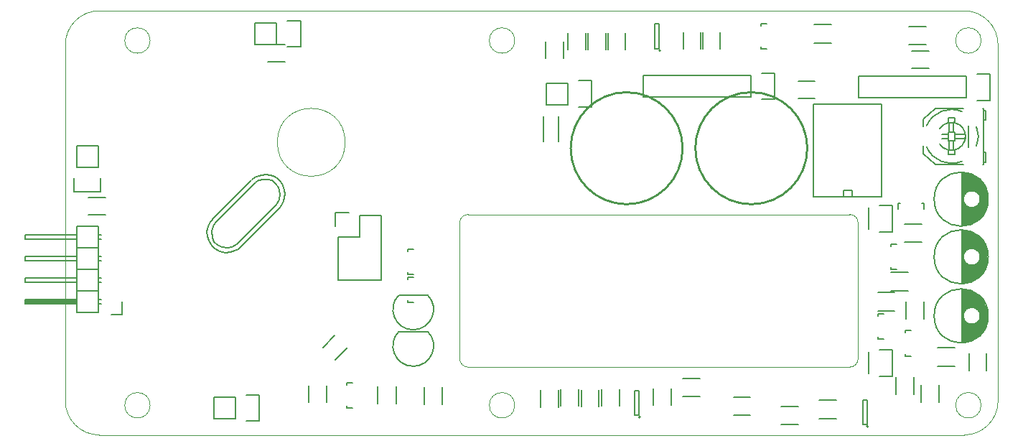
<source format=gbr>
G04 #@! TF.FileFunction,Legend,Top*
%FSLAX46Y46*%
G04 Gerber Fmt 4.6, Leading zero omitted, Abs format (unit mm)*
G04 Created by KiCad (PCBNEW 4.0.4-stable) date 12/06/16 19:34:19*
%MOMM*%
%LPD*%
G01*
G04 APERTURE LIST*
%ADD10C,0.100000*%
%ADD11C,0.150000*%
%ADD12C,0.250000*%
G04 APERTURE END LIST*
D10*
X110000000Y46000000D02*
G75*
G03X106000000Y50000000I-4000000J0D01*
G01*
X106000000Y0D02*
G75*
G03X110000000Y4000000I0J4000000D01*
G01*
X108000000Y3500000D02*
G75*
G03X108000000Y3500000I-1500000J0D01*
G01*
X108000000Y46500000D02*
G75*
G03X108000000Y46500000I-1500000J0D01*
G01*
X53000000Y46500000D02*
G75*
G03X53000000Y46500000I-1500000J0D01*
G01*
X53000000Y3500000D02*
G75*
G03X53000000Y3500000I-1500000J0D01*
G01*
X10000000Y46500000D02*
G75*
G03X10000000Y46500000I-1500000J0D01*
G01*
X10000000Y3500000D02*
G75*
G03X10000000Y3500000I-1500000J0D01*
G01*
X0Y4000000D02*
G75*
G03X4000000Y0I4000000J0D01*
G01*
X4000000Y50000000D02*
G75*
G03X0Y46000000I0J-4000000D01*
G01*
X4000000Y50000000D02*
X106000000Y50000000D01*
X106000000Y0D02*
X4000000Y0D01*
X47500000Y26000000D02*
G75*
G03X46500000Y25000000I0J-1000000D01*
G01*
X47500000Y26000000D02*
X92500000Y26000000D01*
X93500000Y25000000D02*
G75*
G03X92500000Y26000000I-1000000J0D01*
G01*
X93500000Y9000000D02*
X93500000Y25000000D01*
X92500000Y8000000D02*
G75*
G03X93500000Y9000000I0J1000000D01*
G01*
X92500000Y8000000D02*
X47500000Y8000000D01*
X46500000Y9000000D02*
G75*
G03X47500000Y8000000I1000000J0D01*
G01*
X46500000Y9000000D02*
X46500000Y25000000D01*
X0Y4000000D02*
X0Y46000000D01*
X110000000Y46000000D02*
X110000000Y4000000D01*
X33000000Y34500000D02*
G75*
G03X33000000Y34500000I-4000000J0D01*
G01*
D11*
X78800000Y4475000D02*
X80800000Y4475000D01*
X80800000Y2325000D02*
X78800000Y2325000D01*
D12*
X87500000Y33800000D02*
G75*
G03X87500000Y33800000I-6600000J0D01*
G01*
X72800000Y33800000D02*
G75*
G03X72800000Y33800000I-6600000J0D01*
G01*
D11*
X105725000Y24149000D02*
X105725000Y17851000D01*
X105865000Y24143000D02*
X105865000Y17857000D01*
X106005000Y24130000D02*
X106005000Y21446000D01*
X106005000Y20554000D02*
X106005000Y17870000D01*
X106145000Y24111000D02*
X106145000Y21656000D01*
X106145000Y20344000D02*
X106145000Y17889000D01*
X106285000Y24085000D02*
X106285000Y21789000D01*
X106285000Y20211000D02*
X106285000Y17915000D01*
X106425000Y24053000D02*
X106425000Y21880000D01*
X106425000Y20120000D02*
X106425000Y17947000D01*
X106565000Y24014000D02*
X106565000Y21942000D01*
X106565000Y20058000D02*
X106565000Y17986000D01*
X106705000Y23968000D02*
X106705000Y21981000D01*
X106705000Y20019000D02*
X106705000Y18032000D01*
X106845000Y23915000D02*
X106845000Y21998000D01*
X106845000Y20002000D02*
X106845000Y18085000D01*
X106985000Y23853000D02*
X106985000Y21996000D01*
X106985000Y20004000D02*
X106985000Y18147000D01*
X107125000Y23783000D02*
X107125000Y21974000D01*
X107125000Y20026000D02*
X107125000Y18217000D01*
X107265000Y23704000D02*
X107265000Y21931000D01*
X107265000Y20069000D02*
X107265000Y18296000D01*
X107405000Y23616000D02*
X107405000Y21863000D01*
X107405000Y20137000D02*
X107405000Y18384000D01*
X107545000Y23516000D02*
X107545000Y21764000D01*
X107545000Y20236000D02*
X107545000Y18484000D01*
X107685000Y23404000D02*
X107685000Y21619000D01*
X107685000Y20381000D02*
X107685000Y18596000D01*
X107825000Y23279000D02*
X107825000Y21380000D01*
X107825000Y20620000D02*
X107825000Y18721000D01*
X107965000Y23136000D02*
X107965000Y18864000D01*
X108105000Y22974000D02*
X108105000Y19026000D01*
X108245000Y22786000D02*
X108245000Y19214000D01*
X108385000Y22563000D02*
X108385000Y19437000D01*
X108525000Y22287000D02*
X108525000Y19713000D01*
X108665000Y21912000D02*
X108665000Y20088000D01*
X107900000Y21000000D02*
G75*
G03X107900000Y21000000I-1000000J0D01*
G01*
X108837500Y21000000D02*
G75*
G03X108837500Y21000000I-3187500J0D01*
G01*
X105725000Y17189000D02*
X105725000Y10891000D01*
X105865000Y17183000D02*
X105865000Y10897000D01*
X106005000Y17170000D02*
X106005000Y14486000D01*
X106005000Y13594000D02*
X106005000Y10910000D01*
X106145000Y17151000D02*
X106145000Y14696000D01*
X106145000Y13384000D02*
X106145000Y10929000D01*
X106285000Y17125000D02*
X106285000Y14829000D01*
X106285000Y13251000D02*
X106285000Y10955000D01*
X106425000Y17093000D02*
X106425000Y14920000D01*
X106425000Y13160000D02*
X106425000Y10987000D01*
X106565000Y17054000D02*
X106565000Y14982000D01*
X106565000Y13098000D02*
X106565000Y11026000D01*
X106705000Y17008000D02*
X106705000Y15021000D01*
X106705000Y13059000D02*
X106705000Y11072000D01*
X106845000Y16955000D02*
X106845000Y15038000D01*
X106845000Y13042000D02*
X106845000Y11125000D01*
X106985000Y16893000D02*
X106985000Y15036000D01*
X106985000Y13044000D02*
X106985000Y11187000D01*
X107125000Y16823000D02*
X107125000Y15014000D01*
X107125000Y13066000D02*
X107125000Y11257000D01*
X107265000Y16744000D02*
X107265000Y14971000D01*
X107265000Y13109000D02*
X107265000Y11336000D01*
X107405000Y16656000D02*
X107405000Y14903000D01*
X107405000Y13177000D02*
X107405000Y11424000D01*
X107545000Y16556000D02*
X107545000Y14804000D01*
X107545000Y13276000D02*
X107545000Y11524000D01*
X107685000Y16444000D02*
X107685000Y14659000D01*
X107685000Y13421000D02*
X107685000Y11636000D01*
X107825000Y16319000D02*
X107825000Y14420000D01*
X107825000Y13660000D02*
X107825000Y11761000D01*
X107965000Y16176000D02*
X107965000Y11904000D01*
X108105000Y16014000D02*
X108105000Y12066000D01*
X108245000Y15826000D02*
X108245000Y12254000D01*
X108385000Y15603000D02*
X108385000Y12477000D01*
X108525000Y15327000D02*
X108525000Y12753000D01*
X108665000Y14952000D02*
X108665000Y13128000D01*
X107900000Y14040000D02*
G75*
G03X107900000Y14040000I-1000000J0D01*
G01*
X108837500Y14040000D02*
G75*
G03X108837500Y14040000I-3187500J0D01*
G01*
X105725000Y30949000D02*
X105725000Y24651000D01*
X105865000Y30943000D02*
X105865000Y24657000D01*
X106005000Y30930000D02*
X106005000Y28246000D01*
X106005000Y27354000D02*
X106005000Y24670000D01*
X106145000Y30911000D02*
X106145000Y28456000D01*
X106145000Y27144000D02*
X106145000Y24689000D01*
X106285000Y30885000D02*
X106285000Y28589000D01*
X106285000Y27011000D02*
X106285000Y24715000D01*
X106425000Y30853000D02*
X106425000Y28680000D01*
X106425000Y26920000D02*
X106425000Y24747000D01*
X106565000Y30814000D02*
X106565000Y28742000D01*
X106565000Y26858000D02*
X106565000Y24786000D01*
X106705000Y30768000D02*
X106705000Y28781000D01*
X106705000Y26819000D02*
X106705000Y24832000D01*
X106845000Y30715000D02*
X106845000Y28798000D01*
X106845000Y26802000D02*
X106845000Y24885000D01*
X106985000Y30653000D02*
X106985000Y28796000D01*
X106985000Y26804000D02*
X106985000Y24947000D01*
X107125000Y30583000D02*
X107125000Y28774000D01*
X107125000Y26826000D02*
X107125000Y25017000D01*
X107265000Y30504000D02*
X107265000Y28731000D01*
X107265000Y26869000D02*
X107265000Y25096000D01*
X107405000Y30416000D02*
X107405000Y28663000D01*
X107405000Y26937000D02*
X107405000Y25184000D01*
X107545000Y30316000D02*
X107545000Y28564000D01*
X107545000Y27036000D02*
X107545000Y25284000D01*
X107685000Y30204000D02*
X107685000Y28419000D01*
X107685000Y27181000D02*
X107685000Y25396000D01*
X107825000Y30079000D02*
X107825000Y28180000D01*
X107825000Y27420000D02*
X107825000Y25521000D01*
X107965000Y29936000D02*
X107965000Y25664000D01*
X108105000Y29774000D02*
X108105000Y25826000D01*
X108245000Y29586000D02*
X108245000Y26014000D01*
X108385000Y29363000D02*
X108385000Y26237000D01*
X108525000Y29087000D02*
X108525000Y26513000D01*
X108665000Y28712000D02*
X108665000Y26888000D01*
X107900000Y27800000D02*
G75*
G03X107900000Y27800000I-1000000J0D01*
G01*
X108837500Y27800000D02*
G75*
G03X108837500Y27800000I-3187500J0D01*
G01*
X58200000Y34600000D02*
X58200000Y37600000D01*
X56400000Y34600000D02*
X56400000Y37600000D01*
X32130000Y23370000D02*
X32130000Y18290000D01*
X31850000Y26190000D02*
X33400000Y26190000D01*
X34670000Y25910000D02*
X34670000Y23370000D01*
X34670000Y23370000D02*
X32130000Y23370000D01*
X32130000Y18290000D02*
X37210000Y18290000D01*
X37210000Y18290000D02*
X37210000Y23370000D01*
X31850000Y26190000D02*
X31850000Y24640000D01*
X37210000Y25910000D02*
X34670000Y25910000D01*
X37210000Y23370000D02*
X37210000Y25910000D01*
X24930000Y46030000D02*
X22390000Y46030000D01*
X27750000Y45750000D02*
X26200000Y45750000D01*
X24930000Y46030000D02*
X24930000Y48570000D01*
X26200000Y48850000D02*
X27750000Y48850000D01*
X27750000Y48850000D02*
X27750000Y45750000D01*
X24930000Y48570000D02*
X22390000Y48570000D01*
X22390000Y48570000D02*
X22390000Y46030000D01*
X1330000Y31530000D02*
X1330000Y34070000D01*
X1050000Y28710000D02*
X1050000Y30260000D01*
X1330000Y31530000D02*
X3870000Y31530000D01*
X4150000Y30260000D02*
X4150000Y28710000D01*
X4150000Y28710000D02*
X1050000Y28710000D01*
X3870000Y31530000D02*
X3870000Y34070000D01*
X3870000Y34070000D02*
X1330000Y34070000D01*
X20070000Y1930000D02*
X17530000Y1930000D01*
X22890000Y1650000D02*
X21340000Y1650000D01*
X20070000Y1930000D02*
X20070000Y4470000D01*
X21340000Y4750000D02*
X22890000Y4750000D01*
X22890000Y4750000D02*
X22890000Y1650000D01*
X20070000Y4470000D02*
X17530000Y4470000D01*
X17530000Y4470000D02*
X17530000Y1930000D01*
X6700000Y14170000D02*
X6700000Y15720000D01*
X5400000Y14170000D02*
X6700000Y14170000D01*
X1209000Y15593000D02*
X-4633000Y15593000D01*
X-4633000Y15593000D02*
X-4633000Y15847000D01*
X-4633000Y15847000D02*
X1209000Y15847000D01*
X1209000Y15847000D02*
X1209000Y15720000D01*
X1209000Y15720000D02*
X-4633000Y15720000D01*
X3876000Y15466000D02*
X4257000Y15466000D01*
X3876000Y15974000D02*
X4257000Y15974000D01*
X3876000Y18006000D02*
X4257000Y18006000D01*
X3876000Y18514000D02*
X4257000Y18514000D01*
X3876000Y20546000D02*
X4257000Y20546000D01*
X3876000Y21054000D02*
X4257000Y21054000D01*
X3876000Y23594000D02*
X4257000Y23594000D01*
X3876000Y23086000D02*
X4257000Y23086000D01*
X3876000Y14450000D02*
X1336000Y14450000D01*
X3876000Y16990000D02*
X1336000Y16990000D01*
X3876000Y16990000D02*
X3876000Y19530000D01*
X3876000Y19530000D02*
X1336000Y19530000D01*
X1336000Y18006000D02*
X-4760000Y18006000D01*
X-4760000Y18006000D02*
X-4760000Y18514000D01*
X-4760000Y18514000D02*
X1336000Y18514000D01*
X1336000Y19530000D02*
X1336000Y16990000D01*
X1336000Y16990000D02*
X1336000Y14450000D01*
X-4760000Y15974000D02*
X1336000Y15974000D01*
X-4760000Y15466000D02*
X-4760000Y15974000D01*
X1336000Y15466000D02*
X-4760000Y15466000D01*
X3876000Y16990000D02*
X1336000Y16990000D01*
X3876000Y14450000D02*
X3876000Y16990000D01*
X3876000Y22070000D02*
X1336000Y22070000D01*
X3876000Y22070000D02*
X3876000Y24610000D01*
X3876000Y24610000D02*
X1336000Y24610000D01*
X1336000Y23086000D02*
X-4760000Y23086000D01*
X-4760000Y23086000D02*
X-4760000Y23594000D01*
X-4760000Y23594000D02*
X1336000Y23594000D01*
X1336000Y24610000D02*
X1336000Y22070000D01*
X1336000Y22070000D02*
X1336000Y19530000D01*
X-4760000Y21054000D02*
X1336000Y21054000D01*
X-4760000Y20546000D02*
X-4760000Y21054000D01*
X1336000Y20546000D02*
X-4760000Y20546000D01*
X3876000Y22070000D02*
X1336000Y22070000D01*
X3876000Y19530000D02*
X3876000Y22070000D01*
X3876000Y19530000D02*
X1336000Y19530000D01*
X59270000Y38930000D02*
X56730000Y38930000D01*
X62090000Y38650000D02*
X60540000Y38650000D01*
X59270000Y38930000D02*
X59270000Y41470000D01*
X60540000Y41750000D02*
X62090000Y41750000D01*
X62090000Y41750000D02*
X62090000Y38650000D01*
X59270000Y41470000D02*
X56730000Y41470000D01*
X56730000Y41470000D02*
X56730000Y38930000D01*
X106230000Y39730000D02*
X93530000Y39730000D01*
X93530000Y39730000D02*
X93530000Y42270000D01*
X93530000Y42270000D02*
X106230000Y42270000D01*
X109050000Y39450000D02*
X107500000Y39450000D01*
X106230000Y39730000D02*
X106230000Y42270000D01*
X107500000Y42550000D02*
X109050000Y42550000D01*
X109050000Y42550000D02*
X109050000Y39450000D01*
X80830000Y39830000D02*
X68130000Y39830000D01*
X68130000Y39830000D02*
X68130000Y42370000D01*
X68130000Y42370000D02*
X80830000Y42370000D01*
X83650000Y39550000D02*
X82100000Y39550000D01*
X80830000Y39830000D02*
X80830000Y42370000D01*
X82100000Y42650000D02*
X83650000Y42650000D01*
X83650000Y42650000D02*
X83650000Y39550000D01*
X104119640Y34945360D02*
X103357640Y34945360D01*
X104119640Y35453360D02*
X103357640Y35453360D01*
X106151640Y34945360D02*
G75*
G03X104754640Y36850360I-1651000J254000D01*
G01*
X104627640Y33548360D02*
G75*
G03X106151640Y35326360I-127000J1651000D01*
G01*
X105389640Y36596360D02*
G75*
G03X103103640Y36088360I-889000J-1397000D01*
G01*
X103103640Y34310360D02*
G75*
G03X105389640Y33802360I1397000J889000D01*
G01*
X108310640Y31897360D02*
X108183640Y31897360D01*
X104500640Y31897360D02*
X105897640Y31897360D01*
X108310640Y38501360D02*
X108183640Y38501360D01*
X104500640Y38501360D02*
X105897640Y38501360D01*
X107421640Y34056360D02*
X107548640Y34437360D01*
X107548640Y34437360D02*
X107675640Y35199360D01*
X107675640Y35199360D02*
X107548640Y35961360D01*
X107548640Y35961360D02*
X107421640Y36342360D01*
X106532640Y33929360D02*
X106532640Y36469360D01*
X105770640Y38120360D02*
G75*
G03X101579640Y36469360I-1270000J-2921000D01*
G01*
X101579640Y33929360D02*
G75*
G03X105770640Y32278360I2921000J1270000D01*
G01*
X101198640Y37231360D02*
X101198640Y36342360D01*
X101198640Y34056360D02*
X101198640Y33167360D01*
X104119640Y36850360D02*
X104119640Y37358360D01*
X104119640Y37358360D02*
X104881640Y37358360D01*
X104881640Y37358360D02*
X104881640Y36850360D01*
X104119640Y33548360D02*
X104119640Y33040360D01*
X104119640Y33040360D02*
X104881640Y33040360D01*
X104881640Y33040360D02*
X104881640Y33548360D01*
X104754640Y35707360D02*
X104754640Y36850360D01*
X104246640Y35707360D02*
X104246640Y36850360D01*
X104754640Y34691360D02*
X104754640Y33548360D01*
X104246640Y34691360D02*
X104246640Y33548360D01*
X104881640Y35453360D02*
X106151640Y35453360D01*
X104881640Y34945360D02*
X106151640Y34945360D01*
X104119640Y34691360D02*
X104881640Y34691360D01*
X104881640Y34691360D02*
X104881640Y35707360D01*
X104881640Y35707360D02*
X104119640Y35707360D01*
X104119640Y35707360D02*
X104119640Y34691360D01*
X101198640Y33167360D02*
X102595640Y31897360D01*
X102595640Y31897360D02*
X104500640Y31897360D01*
X101198640Y37231360D02*
X102595640Y38501360D01*
X102595640Y38501360D02*
X104500640Y38501360D01*
X108310640Y38247360D02*
X108564640Y38247360D01*
X108564640Y38247360D02*
X108564640Y37104360D01*
X108564640Y37104360D02*
X108310640Y37104360D01*
X108310640Y32151360D02*
X108564640Y32151360D01*
X108564640Y32151360D02*
X108564640Y33294360D01*
X108564640Y33294360D02*
X108310640Y33294360D01*
X108310640Y31897360D02*
X108310640Y38501360D01*
X42730000Y12200000D02*
X39330000Y12200000D01*
X42727056Y12197056D02*
G75*
G02X41030000Y8100000I-1697056J-1697056D01*
G01*
X39332944Y12197056D02*
G75*
G03X41030000Y8100000I1697056J-1697056D01*
G01*
X42730000Y16500000D02*
X39330000Y16500000D01*
X42727056Y16497056D02*
G75*
G02X41030000Y12400000I-1697056J-1697056D01*
G01*
X39332944Y16497056D02*
G75*
G03X41030000Y12400000I1697056J-1697056D01*
G01*
X96237000Y28039000D02*
X88236000Y28039000D01*
X88236000Y38961000D02*
X96237000Y38961000D01*
X88236000Y28039000D02*
X88236000Y38961000D01*
X96237000Y38961000D02*
X96237000Y28039000D01*
X91792000Y28039000D02*
X91792000Y28801000D01*
X91792000Y28801000D02*
X92808000Y28801000D01*
X92808000Y28801000D02*
X92808000Y28039000D01*
X23915051Y30130339D02*
X24340715Y29988451D01*
X24340715Y29988451D02*
X24836425Y29636425D01*
X24836425Y29636425D02*
X25118405Y29210761D01*
X25118405Y29210761D02*
X25330339Y28434867D01*
X25330339Y28434867D02*
X25188451Y27725426D01*
X25188451Y27725426D02*
X24906471Y27159670D01*
X24906471Y27159670D02*
X20240330Y22493529D01*
X20240330Y22493529D02*
X19602732Y22139707D01*
X19602732Y22139707D02*
X19108818Y22069661D01*
X19108818Y22069661D02*
X18471219Y22139707D01*
X18471219Y22139707D02*
X17905463Y22421687D01*
X17905463Y22421687D02*
X17551641Y22775509D01*
X17551641Y22775509D02*
X17339707Y23271219D01*
X17339707Y23271219D02*
X17269661Y24048910D01*
X17269661Y24048910D02*
X17411549Y24614666D01*
X17411549Y24614666D02*
X17693529Y25040330D01*
X17763575Y25110376D02*
X22431512Y29778313D01*
X22431512Y29778313D02*
X22785334Y29988451D01*
X22785334Y29988451D02*
X23351090Y30130339D01*
X23351090Y30130339D02*
X24058735Y30130339D01*
X17397181Y25491139D02*
X17106220Y25131928D01*
X17106220Y25131928D02*
X16903267Y24770922D01*
X16903267Y24770922D02*
X16752398Y24311133D01*
X16752398Y24311133D02*
X16711089Y23942942D01*
X16711089Y23942942D02*
X16725458Y23461601D01*
X16725458Y23461601D02*
X16901471Y22876088D01*
X16901471Y22876088D02*
X17233740Y22360621D01*
X17233740Y22360621D02*
X17594746Y21999615D01*
X17594746Y21999615D02*
X18210792Y21624240D01*
X18210792Y21624240D02*
X18909456Y21489537D01*
X18909456Y21489537D02*
X19496765Y21552398D01*
X19496765Y21552398D02*
X19942185Y21703267D01*
X19942185Y21703267D02*
X20373238Y21908016D01*
X20373238Y21908016D02*
X20705507Y22197181D01*
X25741635Y27542229D02*
X25852990Y27966097D01*
X25852990Y27966097D02*
X25881727Y28389965D01*
X25881727Y28389965D02*
X25826049Y28801261D01*
X25826049Y28801261D02*
X25648240Y29402938D01*
X25648240Y29402938D02*
X25393201Y29812438D01*
X25393201Y29812438D02*
X25082484Y30151892D01*
X25082484Y30151892D02*
X24694537Y30414115D01*
X24694537Y30414115D02*
X24241932Y30597312D01*
X24241932Y30597312D02*
X23654623Y30674542D01*
X23654623Y30674542D02*
X23180466Y30652990D01*
X23180466Y30652990D02*
X22742229Y30541635D01*
X22742229Y30541635D02*
X22339914Y30336885D01*
X22339914Y30336885D02*
X21978907Y30072865D01*
X20683954Y22189996D02*
X25245925Y26751967D01*
X25245925Y26751967D02*
X25515332Y27075256D01*
X25515332Y27075256D02*
X25741635Y27542229D01*
X17389996Y25483954D02*
X21951967Y30045925D01*
X97550000Y23950000D02*
X96000000Y23950000D01*
X96000000Y27050000D02*
X97550000Y27050000D01*
X97550000Y27050000D02*
X97550000Y23950000D01*
X94730000Y26770000D02*
X94730000Y24230000D01*
X97550000Y6950000D02*
X96000000Y6950000D01*
X96000000Y10050000D02*
X97550000Y10050000D01*
X97550000Y10050000D02*
X97550000Y6950000D01*
X94730000Y9770000D02*
X94730000Y7230000D01*
X23900000Y43975000D02*
X25900000Y43975000D01*
X25900000Y46025000D02*
X23900000Y46025000D01*
X2700000Y25975000D02*
X4700000Y25975000D01*
X4700000Y28025000D02*
X2700000Y28025000D01*
X72875000Y47500000D02*
X72875000Y45500000D01*
X74925000Y45500000D02*
X74925000Y47500000D01*
X75175000Y47500000D02*
X75175000Y45500000D01*
X77225000Y45500000D02*
X77225000Y47500000D01*
X61675000Y47400000D02*
X61675000Y45400000D01*
X63725000Y45400000D02*
X63725000Y47400000D01*
X63975000Y47400000D02*
X63975000Y45400000D01*
X66025000Y45400000D02*
X66025000Y47400000D01*
X60875000Y5320000D02*
X60875000Y3320000D01*
X62925000Y3320000D02*
X62925000Y5320000D01*
X56075000Y5300000D02*
X56075000Y3300000D01*
X58125000Y3300000D02*
X58125000Y5300000D01*
X69375000Y5500000D02*
X69375000Y3500000D01*
X71425000Y3500000D02*
X71425000Y5500000D01*
X31817678Y8868109D02*
X33231891Y10282322D01*
X31782322Y11731891D02*
X30368109Y10317678D01*
X84400000Y1275000D02*
X86400000Y1275000D01*
X86400000Y3325000D02*
X84400000Y3325000D01*
X108625000Y7600000D02*
X108625000Y9600000D01*
X106575000Y9600000D02*
X106575000Y7600000D01*
X88400000Y41725000D02*
X86400000Y41725000D01*
X86400000Y39675000D02*
X88400000Y39675000D01*
X101470000Y48115000D02*
X99470000Y48115000D01*
X99470000Y46065000D02*
X101470000Y46065000D01*
X101860000Y45245000D02*
X99860000Y45245000D01*
X99860000Y43195000D02*
X101860000Y43195000D01*
X99049760Y12099160D02*
X99049760Y12050900D01*
X99750800Y9300180D02*
X99049760Y9300180D01*
X99049760Y9300180D02*
X99049760Y9549100D01*
X99049760Y12099160D02*
X99049760Y12299820D01*
X99049760Y12299820D02*
X99750800Y12299820D01*
X95849000Y14099160D02*
X95849000Y14050900D01*
X96550040Y11300180D02*
X95849000Y11300180D01*
X95849000Y11300180D02*
X95849000Y11549100D01*
X95849000Y14099160D02*
X95849000Y14299820D01*
X95849000Y14299820D02*
X96550040Y14299820D01*
X101049160Y27351000D02*
X101000900Y27351000D01*
X98250180Y26649960D02*
X98250180Y27351000D01*
X98250180Y27351000D02*
X98499100Y27351000D01*
X101049160Y27351000D02*
X101249820Y27351000D01*
X101249820Y27351000D02*
X101249820Y26649960D01*
X97349760Y22299160D02*
X97349760Y22250900D01*
X98050800Y19500180D02*
X97349760Y19500180D01*
X97349760Y19500180D02*
X97349760Y19749100D01*
X97349760Y22299160D02*
X97349760Y22499820D01*
X97349760Y22499820D02*
X98050800Y22499820D01*
X82049760Y48299160D02*
X82049760Y48250900D01*
X82750800Y45500180D02*
X82049760Y45500180D01*
X82049760Y45500180D02*
X82049760Y45749100D01*
X82049760Y48299160D02*
X82049760Y48499820D01*
X82049760Y48499820D02*
X82750800Y48499820D01*
X58775000Y46400000D02*
X58775000Y44400000D01*
X56625000Y44400000D02*
X56625000Y46400000D01*
X61375000Y47400000D02*
X61375000Y45400000D01*
X59225000Y45400000D02*
X59225000Y47400000D01*
X74800000Y4525000D02*
X72800000Y4525000D01*
X72800000Y6675000D02*
X74800000Y6675000D01*
X63225000Y3400000D02*
X63225000Y5400000D01*
X65375000Y5400000D02*
X65375000Y3400000D01*
X58425000Y3400000D02*
X58425000Y5400000D01*
X60575000Y5400000D02*
X60575000Y3400000D01*
X30835000Y5820000D02*
X30835000Y3820000D01*
X28685000Y3820000D02*
X28685000Y5820000D01*
X36845000Y3730000D02*
X36845000Y5730000D01*
X38995000Y5730000D02*
X38995000Y3730000D01*
X42315000Y3600000D02*
X42315000Y5600000D01*
X44465000Y5600000D02*
X44465000Y3600000D01*
X101275000Y15700000D02*
X101275000Y13700000D01*
X99125000Y13700000D02*
X99125000Y15700000D01*
X97800000Y14625000D02*
X95800000Y14625000D01*
X95800000Y16775000D02*
X97800000Y16775000D01*
X99000000Y24875000D02*
X101000000Y24875000D01*
X101000000Y22725000D02*
X99000000Y22725000D01*
X99400000Y17025000D02*
X97400000Y17025000D01*
X97400000Y19175000D02*
X99400000Y19175000D01*
X100925000Y3900000D02*
X100925000Y5900000D01*
X103075000Y5900000D02*
X103075000Y3900000D01*
X88900000Y4075000D02*
X90900000Y4075000D01*
X90900000Y1925000D02*
X88900000Y1925000D01*
X100075000Y6800000D02*
X100075000Y4800000D01*
X97925000Y4800000D02*
X97925000Y6800000D01*
X102900000Y10275000D02*
X104900000Y10275000D01*
X104900000Y8125000D02*
X102900000Y8125000D01*
X88300000Y48375000D02*
X90300000Y48375000D01*
X90300000Y46225000D02*
X88300000Y46225000D01*
X70200000Y45300000D02*
G75*
G03X70200000Y45300000I-100000J0D01*
G01*
X69550000Y45550000D02*
X70050000Y45550000D01*
X69550000Y48450000D02*
X69550000Y45550000D01*
X70050000Y48450000D02*
X69550000Y48450000D01*
X70050000Y45550000D02*
X70050000Y48450000D01*
X67800000Y2100000D02*
G75*
G03X67800000Y2100000I-100000J0D01*
G01*
X67150000Y2350000D02*
X67650000Y2350000D01*
X67150000Y5250000D02*
X67150000Y2350000D01*
X67650000Y5250000D02*
X67150000Y5250000D01*
X67650000Y2350000D02*
X67650000Y5250000D01*
X40349760Y18399160D02*
X40349760Y18350900D01*
X41050800Y15600180D02*
X40349760Y15600180D01*
X40349760Y15600180D02*
X40349760Y15849100D01*
X40349760Y18399160D02*
X40349760Y18599820D01*
X40349760Y18599820D02*
X41050800Y18599820D01*
X40349760Y21699160D02*
X40349760Y21650900D01*
X41050800Y18900180D02*
X40349760Y18900180D01*
X40349760Y18900180D02*
X40349760Y19149100D01*
X40349760Y21699160D02*
X40349760Y21899820D01*
X40349760Y21899820D02*
X41050800Y21899820D01*
X33149760Y5979160D02*
X33149760Y5930900D01*
X33850800Y3180180D02*
X33149760Y3180180D01*
X33149760Y3180180D02*
X33149760Y3429100D01*
X33149760Y5979160D02*
X33149760Y6179820D01*
X33149760Y6179820D02*
X33850800Y6179820D01*
X94700000Y1000000D02*
G75*
G03X94700000Y1000000I-100000J0D01*
G01*
X94050000Y1250000D02*
X94550000Y1250000D01*
X94050000Y4150000D02*
X94050000Y1250000D01*
X94550000Y4150000D02*
X94050000Y4150000D01*
X94550000Y1250000D02*
X94550000Y4150000D01*
M02*

</source>
